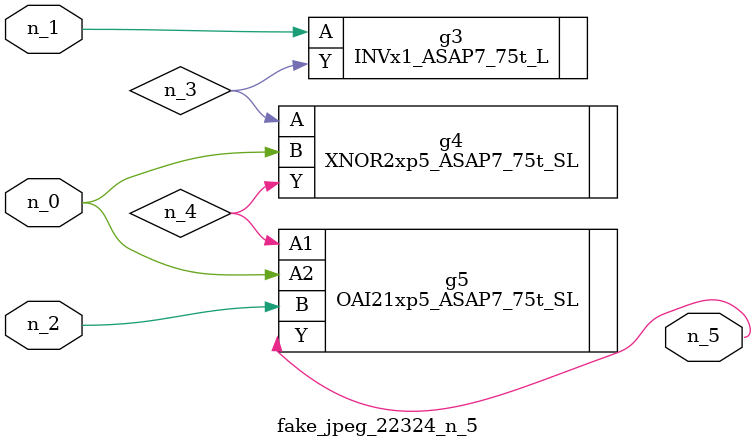
<source format=v>
module fake_jpeg_22324_n_5 (n_0, n_2, n_1, n_5);

input n_0;
input n_2;
input n_1;

output n_5;

wire n_3;
wire n_4;

INVx1_ASAP7_75t_L g3 ( 
.A(n_1),
.Y(n_3)
);

XNOR2xp5_ASAP7_75t_SL g4 ( 
.A(n_3),
.B(n_0),
.Y(n_4)
);

OAI21xp5_ASAP7_75t_SL g5 ( 
.A1(n_4),
.A2(n_0),
.B(n_2),
.Y(n_5)
);


endmodule
</source>
